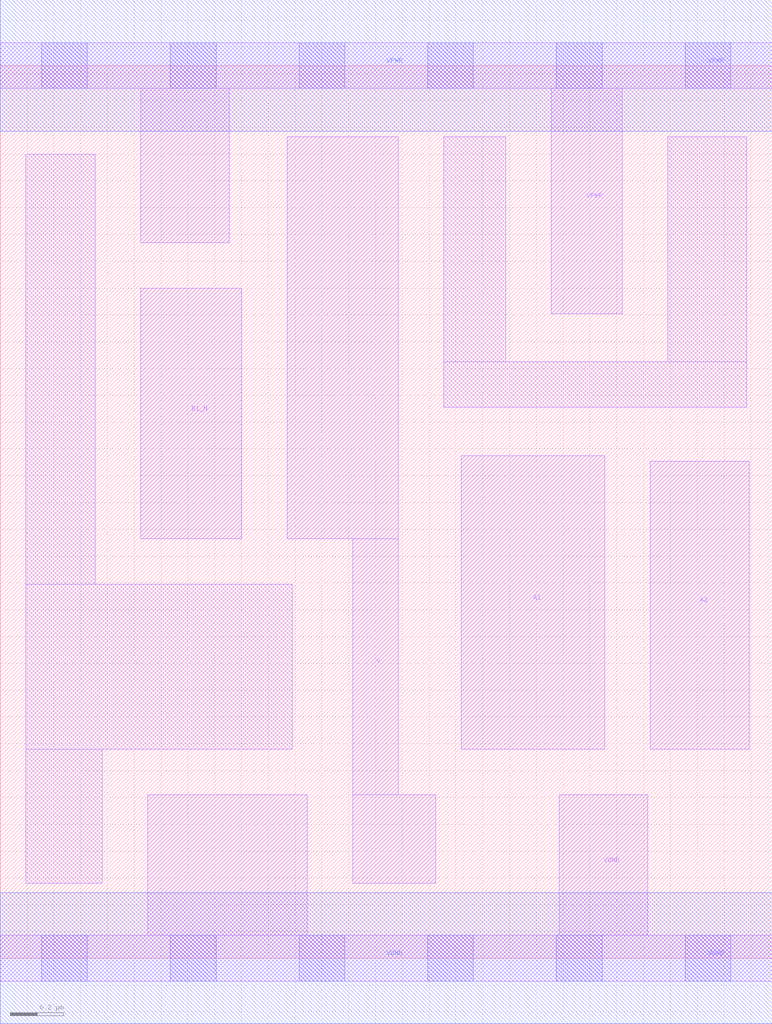
<source format=lef>
# Copyright 2020 The SkyWater PDK Authors
#
# Licensed under the Apache License, Version 2.0 (the "License");
# you may not use this file except in compliance with the License.
# You may obtain a copy of the License at
#
#     https://www.apache.org/licenses/LICENSE-2.0
#
# Unless required by applicable law or agreed to in writing, software
# distributed under the License is distributed on an "AS IS" BASIS,
# WITHOUT WARRANTIES OR CONDITIONS OF ANY KIND, either express or implied.
# See the License for the specific language governing permissions and
# limitations under the License.
#
# SPDX-License-Identifier: Apache-2.0

VERSION 5.7 ;
  NAMESCASESENSITIVE ON ;
  NOWIREEXTENSIONATPIN ON ;
  DIVIDERCHAR "/" ;
  BUSBITCHARS "[]" ;
UNITS
  DATABASE MICRONS 200 ;
END UNITS
MACRO sky130_fd_sc_lp__a21boi_0
  CLASS CORE ;
  SOURCE USER ;
  FOREIGN sky130_fd_sc_lp__a21boi_0 ;
  ORIGIN  0.000000  0.000000 ;
  SIZE  2.880000 BY  3.330000 ;
  SYMMETRY X Y R90 ;
  SITE unit ;
  PIN A1
    ANTENNAGATEAREA  0.159000 ;
    DIRECTION INPUT ;
    USE SIGNAL ;
    PORT
      LAYER li1 ;
        RECT 1.720000 0.780000 2.255000 1.875000 ;
    END
  END A1
  PIN A2
    ANTENNAGATEAREA  0.159000 ;
    DIRECTION INPUT ;
    USE SIGNAL ;
    PORT
      LAYER li1 ;
        RECT 2.425000 0.780000 2.795000 1.855000 ;
    END
  END A2
  PIN B1_N
    ANTENNAGATEAREA  0.126000 ;
    DIRECTION INPUT ;
    USE SIGNAL ;
    PORT
      LAYER li1 ;
        RECT 0.525000 1.565000 0.900000 2.500000 ;
    END
  END B1_N
  PIN Y
    ANTENNADIFFAREA  0.287200 ;
    DIRECTION OUTPUT ;
    USE SIGNAL ;
    PORT
      LAYER li1 ;
        RECT 1.070000 1.565000 1.485000 3.065000 ;
        RECT 1.315000 0.280000 1.625000 0.610000 ;
        RECT 1.315000 0.610000 1.485000 1.565000 ;
    END
  END Y
  PIN VGND
    DIRECTION INOUT ;
    USE GROUND ;
    PORT
      LAYER li1 ;
        RECT 0.000000 -0.085000 2.880000 0.085000 ;
        RECT 0.550000  0.085000 1.145000 0.610000 ;
        RECT 2.085000  0.085000 2.415000 0.610000 ;
      LAYER mcon ;
        RECT 0.155000 -0.085000 0.325000 0.085000 ;
        RECT 0.635000 -0.085000 0.805000 0.085000 ;
        RECT 1.115000 -0.085000 1.285000 0.085000 ;
        RECT 1.595000 -0.085000 1.765000 0.085000 ;
        RECT 2.075000 -0.085000 2.245000 0.085000 ;
        RECT 2.555000 -0.085000 2.725000 0.085000 ;
      LAYER met1 ;
        RECT 0.000000 -0.245000 2.880000 0.245000 ;
    END
  END VGND
  PIN VPWR
    DIRECTION INOUT ;
    USE POWER ;
    PORT
      LAYER li1 ;
        RECT 0.000000 3.245000 2.880000 3.415000 ;
        RECT 0.525000 2.670000 0.855000 3.245000 ;
        RECT 2.055000 2.405000 2.320000 3.245000 ;
      LAYER mcon ;
        RECT 0.155000 3.245000 0.325000 3.415000 ;
        RECT 0.635000 3.245000 0.805000 3.415000 ;
        RECT 1.115000 3.245000 1.285000 3.415000 ;
        RECT 1.595000 3.245000 1.765000 3.415000 ;
        RECT 2.075000 3.245000 2.245000 3.415000 ;
        RECT 2.555000 3.245000 2.725000 3.415000 ;
      LAYER met1 ;
        RECT 0.000000 3.085000 2.880000 3.575000 ;
    END
  END VPWR
  OBS
    LAYER li1 ;
      RECT 0.095000 0.280000 0.380000 0.780000 ;
      RECT 0.095000 0.780000 1.090000 1.395000 ;
      RECT 0.095000 1.395000 0.355000 3.000000 ;
      RECT 1.655000 2.055000 2.785000 2.225000 ;
      RECT 1.655000 2.225000 1.885000 3.065000 ;
      RECT 2.490000 2.225000 2.785000 3.065000 ;
  END
END sky130_fd_sc_lp__a21boi_0

</source>
